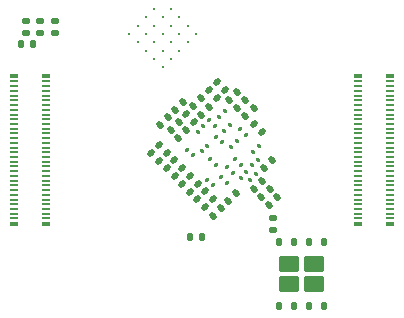
<source format=gbr>
%TF.GenerationSoftware,KiCad,Pcbnew,9.0.2*%
%TF.CreationDate,2025-11-14T17:05:06-08:00*%
%TF.ProjectId,pico2-nx-module,7069636f-322d-46e7-982d-6d6f64756c65,rev?*%
%TF.SameCoordinates,Original*%
%TF.FileFunction,Paste,Bot*%
%TF.FilePolarity,Positive*%
%FSLAX46Y46*%
G04 Gerber Fmt 4.6, Leading zero omitted, Abs format (unit mm)*
G04 Created by KiCad (PCBNEW 9.0.2) date 2025-11-14 17:05:06*
%MOMM*%
%LPD*%
G01*
G04 APERTURE LIST*
G04 Aperture macros list*
%AMRoundRect*
0 Rectangle with rounded corners*
0 $1 Rounding radius*
0 $2 $3 $4 $5 $6 $7 $8 $9 X,Y pos of 4 corners*
0 Add a 4 corners polygon primitive as box body*
4,1,4,$2,$3,$4,$5,$6,$7,$8,$9,$2,$3,0*
0 Add four circle primitives for the rounded corners*
1,1,$1+$1,$2,$3*
1,1,$1+$1,$4,$5*
1,1,$1+$1,$6,$7*
1,1,$1+$1,$8,$9*
0 Add four rect primitives between the rounded corners*
20,1,$1+$1,$2,$3,$4,$5,0*
20,1,$1+$1,$4,$5,$6,$7,0*
20,1,$1+$1,$6,$7,$8,$9,0*
20,1,$1+$1,$8,$9,$2,$3,0*%
G04 Aperture macros list end*
%ADD10RoundRect,0.079500X0.014849X-0.127279X0.127279X-0.014849X-0.014849X0.127279X-0.127279X0.014849X0*%
%ADD11RoundRect,0.140000X-0.219203X-0.021213X-0.021213X-0.219203X0.219203X0.021213X0.021213X0.219203X0*%
%ADD12RoundRect,0.079500X0.127279X0.014849X0.014849X0.127279X-0.127279X-0.014849X-0.014849X-0.127279X0*%
%ADD13RoundRect,0.079500X-0.127279X-0.014849X-0.014849X-0.127279X0.127279X0.014849X0.014849X0.127279X0*%
%ADD14RoundRect,0.140000X0.219203X0.021213X0.021213X0.219203X-0.219203X-0.021213X-0.021213X-0.219203X0*%
%ADD15RoundRect,0.140000X0.021213X-0.219203X0.219203X-0.021213X-0.021213X0.219203X-0.219203X0.021213X0*%
%ADD16RoundRect,0.140000X-0.021213X0.219203X-0.219203X0.021213X0.021213X-0.219203X0.219203X-0.021213X0*%
%ADD17RoundRect,0.135000X0.185000X-0.135000X0.185000X0.135000X-0.185000X0.135000X-0.185000X-0.135000X0*%
%ADD18RoundRect,0.079500X-0.014849X0.127279X-0.127279X0.014849X0.014849X-0.127279X0.127279X-0.014849X0*%
%ADD19RoundRect,0.250000X0.615000X-0.435000X0.615000X0.435000X-0.615000X0.435000X-0.615000X-0.435000X0*%
%ADD20RoundRect,0.125000X0.125000X-0.250000X0.125000X0.250000X-0.125000X0.250000X-0.125000X-0.250000X0*%
%ADD21R,0.660000X0.230000*%
%ADD22R,0.660000X0.350000*%
%ADD23RoundRect,0.135000X0.135000X0.185000X-0.135000X0.185000X-0.135000X-0.185000X0.135000X-0.185000X0*%
%ADD24RoundRect,0.135000X-0.185000X0.135000X-0.185000X-0.135000X0.185000X-0.135000X0.185000X0.135000X0*%
%ADD25RoundRect,0.135000X-0.135000X-0.185000X0.135000X-0.185000X0.135000X0.185000X-0.135000X0.185000X0*%
%ADD26C,0.320000*%
%ADD27RoundRect,0.140000X0.170000X-0.140000X0.170000X0.140000X-0.170000X0.140000X-0.170000X-0.140000X0*%
G04 APERTURE END LIST*
D10*
%TO.C,C47*%
X118079774Y-83670226D03*
X118567678Y-83182322D03*
%TD*%
D11*
%TO.C,FB7*%
X116752356Y-88042356D03*
X117431178Y-88721178D03*
%TD*%
D12*
%TO.C,C33*%
X117660226Y-85660226D03*
X117172322Y-85172322D03*
%TD*%
%TO.C,C36*%
X120560226Y-87990226D03*
X120072322Y-87502322D03*
%TD*%
D11*
%TO.C,FB9*%
X119060000Y-80150000D03*
X119738822Y-80828822D03*
%TD*%
D12*
%TO.C,C45*%
X122180226Y-83930226D03*
X121692322Y-83442322D03*
%TD*%
D13*
%TO.C,C38*%
X118872322Y-87702322D03*
X119360226Y-88190226D03*
%TD*%
D14*
%TO.C,C27*%
X116790000Y-86720000D03*
X116111178Y-86041178D03*
%TD*%
D15*
%TO.C,C41*%
X122140000Y-82350000D03*
X122818822Y-81671178D03*
%TD*%
D16*
%TO.C,FB4*%
X116473614Y-82848658D03*
X115794792Y-83527480D03*
%TD*%
D13*
%TO.C,C12*%
X120579215Y-86661553D03*
X121067119Y-87149457D03*
%TD*%
D10*
%TO.C,C76*%
X122679774Y-86510226D03*
X123167678Y-86022322D03*
%TD*%
D11*
%TO.C,FB5*%
X118060000Y-89360000D03*
X118738822Y-90038822D03*
%TD*%
D17*
%TO.C,R8*%
X103580001Y-75279997D03*
X103580001Y-74259999D03*
%TD*%
D18*
%TO.C,C15*%
X120787678Y-83122322D03*
X120299774Y-83610226D03*
%TD*%
%TO.C,C83*%
X123010226Y-87219774D03*
X122522322Y-87707678D03*
%TD*%
D10*
%TO.C,C13*%
X121722322Y-87537678D03*
X122210226Y-87049774D03*
%TD*%
D15*
%TO.C,C7*%
X121450000Y-81660000D03*
X122128822Y-80981178D03*
%TD*%
D10*
%TO.C,C46*%
X119889774Y-82380226D03*
X120377678Y-81892322D03*
%TD*%
D16*
%TO.C,C43*%
X124173832Y-88524948D03*
X123495010Y-89203770D03*
%TD*%
D14*
%TO.C,C39*%
X117777181Y-82866494D03*
X117098359Y-82187672D03*
%TD*%
D11*
%TO.C,C29*%
X122831178Y-83001178D03*
X123510000Y-83680000D03*
%TD*%
D14*
%TO.C,FB6*%
X116132096Y-87420561D03*
X115453274Y-86741739D03*
%TD*%
%TO.C,C42*%
X120378822Y-80148822D03*
X119700000Y-79470000D03*
%TD*%
D13*
%TO.C,C37*%
X119052277Y-82680195D03*
X119540181Y-83168099D03*
%TD*%
D19*
%TO.C,U4*%
X125825400Y-96558985D03*
X127975400Y-96558985D03*
X125825400Y-94858985D03*
X127975400Y-94858985D03*
D20*
X128805400Y-98408985D03*
X127535400Y-98408985D03*
X126265400Y-98408985D03*
X124995400Y-98408985D03*
X124995400Y-93008985D03*
X126265400Y-93008985D03*
X127535400Y-93008985D03*
X128805400Y-93008985D03*
%TD*%
D21*
%TO.C,J2*%
X134410000Y-79400000D03*
X131700000Y-79400000D03*
X134410000Y-79800000D03*
X131700000Y-79800000D03*
X134410000Y-80200000D03*
X131700000Y-80200000D03*
X134410000Y-80600000D03*
X131700000Y-80600000D03*
X134410000Y-81000000D03*
X131700000Y-81000000D03*
X134410000Y-81400000D03*
X131700000Y-81400000D03*
X134410000Y-81800000D03*
X131700000Y-81800000D03*
X134410000Y-82200000D03*
X131700000Y-82200000D03*
X134410000Y-82600000D03*
X131700000Y-82600000D03*
X134410000Y-83000000D03*
X131700000Y-83000000D03*
X134410000Y-83400000D03*
X131700000Y-83400000D03*
X134410000Y-83800000D03*
X131700000Y-83800000D03*
X134410000Y-84200000D03*
X131700000Y-84200000D03*
X134410000Y-84600000D03*
X131700000Y-84600000D03*
X134410000Y-85000000D03*
X131700000Y-85000000D03*
X134410000Y-85400000D03*
X131700000Y-85400000D03*
X134410000Y-85800000D03*
X131700000Y-85800000D03*
X134410000Y-86200000D03*
X131700000Y-86200000D03*
X134410000Y-86600000D03*
X131700000Y-86600000D03*
X134410000Y-87000000D03*
X131700000Y-87000000D03*
X134410000Y-87400000D03*
X131700000Y-87400000D03*
X134410000Y-87800000D03*
X131700000Y-87800000D03*
X134410000Y-88200000D03*
X131700000Y-88200000D03*
X134410000Y-88600000D03*
X131700000Y-88600000D03*
X134410000Y-89000000D03*
X131700000Y-89000000D03*
X134410000Y-89400000D03*
X131700000Y-89400000D03*
X134410000Y-89800000D03*
X131700000Y-89800000D03*
X134410000Y-90200000D03*
X131700000Y-90200000D03*
X134410000Y-90600000D03*
X131700000Y-90600000D03*
X134410000Y-91000000D03*
X131700000Y-91000000D03*
D22*
X134410000Y-78925000D03*
X131700000Y-78925000D03*
X134410000Y-91475000D03*
X131700000Y-91475000D03*
%TD*%
D15*
%TO.C,FB8*%
X122844312Y-88537778D03*
X123523134Y-87858956D03*
%TD*%
D12*
%TO.C,C81*%
X120117678Y-84567678D03*
X119629774Y-84079774D03*
%TD*%
D23*
%TO.C,R12*%
X118500000Y-92550000D03*
X117480002Y-92550000D03*
%TD*%
D24*
%TO.C,R3*%
X124450000Y-90980002D03*
X124450000Y-92000000D03*
%TD*%
D15*
%TO.C,C8*%
X119410000Y-90830000D03*
X120088822Y-90151178D03*
%TD*%
D11*
%TO.C,FB3*%
X114126820Y-85428319D03*
X114805642Y-86107141D03*
%TD*%
D25*
%TO.C,R26*%
X103170006Y-76199998D03*
X104190004Y-76199998D03*
%TD*%
D15*
%TO.C,C30*%
X118380877Y-82203923D03*
X119059699Y-81525101D03*
%TD*%
D12*
%TO.C,C35*%
X119640226Y-86470226D03*
X119152322Y-85982322D03*
%TD*%
D21*
%TO.C,J3*%
X105210000Y-79400000D03*
X102500000Y-79400000D03*
X105210000Y-79800000D03*
X102500000Y-79800000D03*
X105210000Y-80200000D03*
X102500000Y-80200000D03*
X105210000Y-80600000D03*
X102500000Y-80600000D03*
X105210000Y-81000000D03*
X102500000Y-81000000D03*
X105210000Y-81400000D03*
X102500000Y-81400000D03*
X105210000Y-81800000D03*
X102500000Y-81800000D03*
X105210000Y-82200000D03*
X102500000Y-82200000D03*
X105210000Y-82600000D03*
X102500000Y-82600000D03*
X105210000Y-83000000D03*
X102500000Y-83000000D03*
X105210000Y-83400000D03*
X102500000Y-83400000D03*
X105210000Y-83800000D03*
X102500000Y-83800000D03*
X105210000Y-84200000D03*
X102500000Y-84200000D03*
X105210000Y-84600000D03*
X102500000Y-84600000D03*
X105210000Y-85000000D03*
X102500000Y-85000000D03*
X105210000Y-85400000D03*
X102500000Y-85400000D03*
X105210000Y-85800000D03*
X102500000Y-85800000D03*
X105210000Y-86200000D03*
X102500000Y-86200000D03*
X105210000Y-86600000D03*
X102500000Y-86600000D03*
X105210000Y-87000000D03*
X102500000Y-87000000D03*
X105210000Y-87400000D03*
X102500000Y-87400000D03*
X105210000Y-87800000D03*
X102500000Y-87800000D03*
X105210000Y-88200000D03*
X102500000Y-88200000D03*
X105210000Y-88600000D03*
X102500000Y-88600000D03*
X105210000Y-89000000D03*
X102500000Y-89000000D03*
X105210000Y-89400000D03*
X102500000Y-89400000D03*
X105210000Y-89800000D03*
X102500000Y-89800000D03*
X105210000Y-90200000D03*
X102500000Y-90200000D03*
X105210000Y-90600000D03*
X102500000Y-90600000D03*
X105210000Y-91000000D03*
X102500000Y-91000000D03*
D22*
X105210000Y-78925000D03*
X102500000Y-78925000D03*
X105210000Y-91475000D03*
X102500000Y-91475000D03*
%TD*%
D16*
%TO.C,FB2*%
X118408330Y-80813630D03*
X117729508Y-81492452D03*
%TD*%
%TO.C,C40*%
X124832654Y-89176126D03*
X124153832Y-89854948D03*
%TD*%
D26*
%TO.C,U13*%
X114422893Y-73248680D03*
X113715786Y-73955786D03*
X113008680Y-74662893D03*
X112301573Y-75370000D03*
X115837107Y-73248680D03*
X115130000Y-73955786D03*
X114422893Y-74662893D03*
X113715786Y-75370000D03*
X113008680Y-76077107D03*
X116544214Y-73955786D03*
X115837107Y-74662893D03*
X115130000Y-75370000D03*
X114422893Y-76077107D03*
X113715786Y-76784214D03*
X117251320Y-74662893D03*
X116544214Y-75370000D03*
X115837107Y-76077107D03*
X115130000Y-76784214D03*
X114422893Y-77491320D03*
X117958427Y-75370000D03*
X117251320Y-76077107D03*
X116544214Y-76784214D03*
X115837107Y-77491320D03*
X115130000Y-78198427D03*
%TD*%
D13*
%TO.C,C44*%
X121269774Y-85989774D03*
X121757678Y-86477678D03*
%TD*%
D16*
%TO.C,C24*%
X115558850Y-82401279D03*
X114880028Y-83080101D03*
%TD*%
%TO.C,C26*%
X117135333Y-83485913D03*
X116456511Y-84164735D03*
%TD*%
D11*
%TO.C,C28*%
X117410000Y-87380000D03*
X118088822Y-88058822D03*
%TD*%
D15*
%TO.C,C11*%
X120771178Y-80978822D03*
X121450000Y-80300000D03*
%TD*%
D17*
%TO.C,R18*%
X104770003Y-75279998D03*
X104770003Y-74260000D03*
%TD*%
D18*
%TO.C,C34*%
X118917678Y-84832322D03*
X118429774Y-85320226D03*
%TD*%
D15*
%TO.C,C32*%
X116181178Y-81788822D03*
X116860000Y-81110000D03*
%TD*%
D16*
%TO.C,C10*%
X124378822Y-86021178D03*
X123700000Y-86700000D03*
%TD*%
%TO.C,C9*%
X121370000Y-88870000D03*
X120691178Y-89548822D03*
%TD*%
D27*
%TO.C,C3*%
X106050000Y-75259998D03*
X106050000Y-74299998D03*
%TD*%
D10*
%TO.C,C84*%
X120914075Y-84918820D03*
X121401979Y-84430916D03*
%TD*%
D11*
%TO.C,C25*%
X114806548Y-84741178D03*
X115485370Y-85420000D03*
%TD*%
%TO.C,C31*%
X118730671Y-88690694D03*
X119409493Y-89369516D03*
%TD*%
D18*
%TO.C,C14*%
X123281249Y-84853340D03*
X122793345Y-85341244D03*
%TD*%
M02*

</source>
